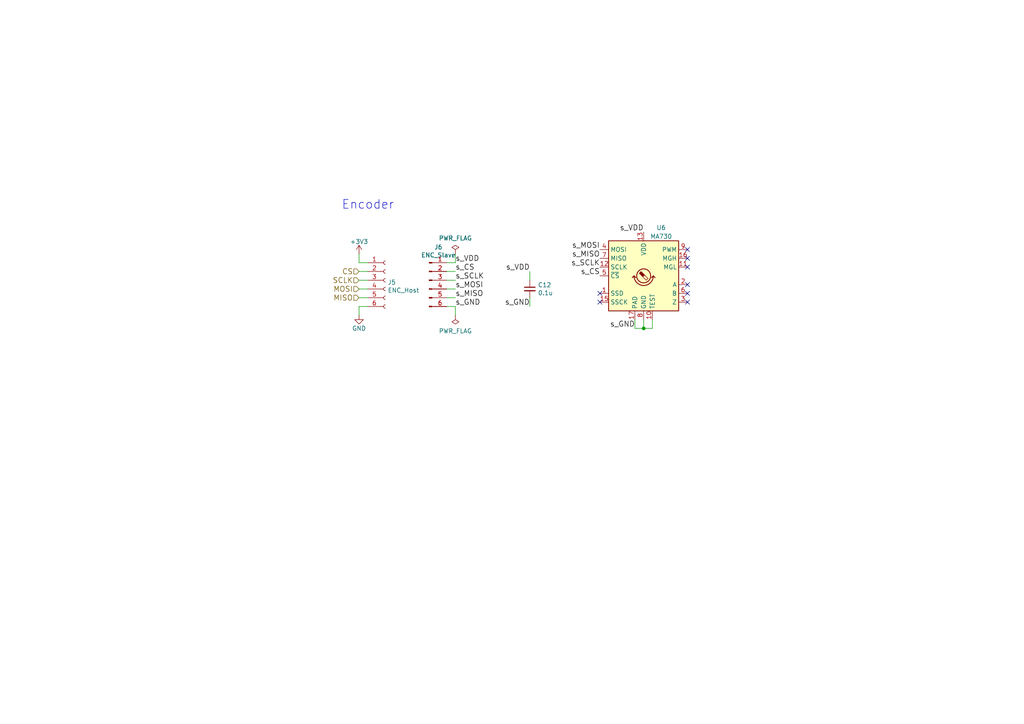
<source format=kicad_sch>
(kicad_sch (version 20230121) (generator eeschema)
  (paper "A4")
  (lib_symbols
    (symbol "KERISE-rescue:+3.3V-power-KERISE-rescue-KERISE-rescue" (power) (pin_names (offset 0))
      (property "Value" "+3.3V-power-KERISE-rescue-KERISE-rescue" (at 0 3.556 0))
      (symbol "+3.3V-power-KERISE-rescue-KERISE-rescue_0_1"
        (polyline (pts (xy -0.762 1.27) (xy 0 2.54)))
        (polyline (pts (xy 0 0) (xy 0 2.54)))
        (polyline (pts (xy 0 2.54) (xy 0.762 1.27)))
      )
      (symbol "+3.3V-power-KERISE-rescue-KERISE-rescue_1_1"
        (pin power_in line (at 0 0 90) (length 0) hide (name "+3V3") (number "1"))
      )
    )
    (symbol "KERISE-rescue:C_Small-Device-KERISE-rescue-KERISE-rescue" (pin_numbers hide) (pin_names (offset 0.254) hide)
      (property "Reference" "C" (at 0.254 1.778 0))
      (property "Value" "C_Small-Device-KERISE-rescue-KERISE-rescue" (at 0.254 -2.032 0))
      (symbol "C_Small-Device-KERISE-rescue-KERISE-rescue_0_1"
        (polyline (pts (xy -1.524 -0.508) (xy 1.524 -0.508)) (stroke (width 0.3302)))
        (polyline (pts (xy -1.524 0.508) (xy 1.524 0.508)) (stroke (width 0.3048)))
      )
      (symbol "C_Small-Device-KERISE-rescue-KERISE-rescue_1_1"
        (pin passive line (at 0 2.54 270) (length 2.032) (name "~") (number "1"))
        (pin passive line (at 0 -2.54 90) (length 2.032) (name "~") (number "2"))
      )
    )
    (symbol "KERISE-rescue:Conn_01x06_Female-Connector-KERISE-rescue-KERISE-rescue" (pin_names (offset 1.016) hide)
      (property "Reference" "J" (at 0 7.62 0))
      (property "Value" "Conn_01x06_Female-Connector-KERISE-rescue-KERISE-rescue" (at 0 -10.16 0))
      (symbol "Conn_01x06_Female-Connector-KERISE-rescue-KERISE-rescue_1_1"
        (arc (start 0 -7.112) (mid -0.5058 -7.62) (end 0 -8.128) (stroke (width 0.1524)))
        (arc (start 0 -4.572) (mid -0.5058 -5.08) (end 0 -5.588) (stroke (width 0.1524)))
        (arc (start 0 -2.032) (mid -0.5058 -2.54) (end 0 -3.048) (stroke (width 0.1524)))
        (polyline (pts (xy -1.27 -7.62) (xy -0.508 -7.62)) (stroke (width 0.1524)))
        (polyline (pts (xy -1.27 -5.08) (xy -0.508 -5.08)) (stroke (width 0.1524)))
        (polyline (pts (xy -1.27 -2.54) (xy -0.508 -2.54)) (stroke (width 0.1524)))
        (polyline (pts (xy -1.27 0) (xy -0.508 0)) (stroke (width 0.1524)))
        (polyline (pts (xy -1.27 2.54) (xy -0.508 2.54)) (stroke (width 0.1524)))
        (polyline (pts (xy -1.27 5.08) (xy -0.508 5.08)) (stroke (width 0.1524)))
        (arc (start 0 0.508) (mid -0.5058 0) (end 0 -0.508) (stroke (width 0.1524)))
        (arc (start 0 3.048) (mid -0.5058 2.54) (end 0 2.032) (stroke (width 0.1524)))
        (arc (start 0 5.588) (mid -0.5058 5.08) (end 0 4.572) (stroke (width 0.1524)))
        (pin passive line (at -5.08 5.08 0) (length 3.81) (name "Pin_1") (number "1"))
        (pin passive line (at -5.08 2.54 0) (length 3.81) (name "Pin_2") (number "2"))
        (pin passive line (at -5.08 0 0) (length 3.81) (name "Pin_3") (number "3"))
        (pin passive line (at -5.08 -2.54 0) (length 3.81) (name "Pin_4") (number "4"))
        (pin passive line (at -5.08 -5.08 0) (length 3.81) (name "Pin_5") (number "5"))
        (pin passive line (at -5.08 -7.62 0) (length 3.81) (name "Pin_6") (number "6"))
      )
    )
    (symbol "KERISE-rescue:Conn_01x06_Male-Connector-KERISE-rescue-KERISE-rescue" (pin_names (offset 1.016) hide)
      (property "Reference" "J" (at 0 7.62 0))
      (property "Value" "Conn_01x06_Male-Connector-KERISE-rescue-KERISE-rescue" (at 0 -10.16 0))
      (symbol "Conn_01x06_Male-Connector-KERISE-rescue-KERISE-rescue_1_1"
        (polyline (pts (xy 1.27 -7.62) (xy 0.8636 -7.62)) (stroke (width 0.1524)))
        (polyline (pts (xy 1.27 -5.08) (xy 0.8636 -5.08)) (stroke (width 0.1524)))
        (polyline (pts (xy 1.27 -2.54) (xy 0.8636 -2.54)) (stroke (width 0.1524)))
        (polyline (pts (xy 1.27 0) (xy 0.8636 0)) (stroke (width 0.1524)))
        (polyline (pts (xy 1.27 2.54) (xy 0.8636 2.54)) (stroke (width 0.1524)))
        (polyline (pts (xy 1.27 5.08) (xy 0.8636 5.08)) (stroke (width 0.1524)))
        (rectangle (start 0.8636 -7.493) (end 0 -7.747) (stroke (width 0.1524)) (fill (type outline)))
        (rectangle (start 0.8636 -4.953) (end 0 -5.207) (stroke (width 0.1524)) (fill (type outline)))
        (rectangle (start 0.8636 -2.413) (end 0 -2.667) (stroke (width 0.1524)) (fill (type outline)))
        (rectangle (start 0.8636 0.127) (end 0 -0.127) (stroke (width 0.1524)) (fill (type outline)))
        (rectangle (start 0.8636 2.667) (end 0 2.413) (stroke (width 0.1524)) (fill (type outline)))
        (rectangle (start 0.8636 5.207) (end 0 4.953) (stroke (width 0.1524)) (fill (type outline)))
        (pin passive line (at 5.08 5.08 180) (length 3.81) (name "Pin_1") (number "1"))
        (pin passive line (at 5.08 2.54 180) (length 3.81) (name "Pin_2") (number "2"))
        (pin passive line (at 5.08 0 180) (length 3.81) (name "Pin_3") (number "3"))
        (pin passive line (at 5.08 -2.54 180) (length 3.81) (name "Pin_4") (number "4"))
        (pin passive line (at 5.08 -5.08 180) (length 3.81) (name "Pin_5") (number "5"))
        (pin passive line (at 5.08 -7.62 180) (length 3.81) (name "Pin_6") (number "6"))
      )
    )
    (symbol "KERISE-rescue:GND-power-KERISE-rescue-KERISE-rescue" (power) (pin_names (offset 0))
      (property "Value" "GND-power-KERISE-rescue-KERISE-rescue" (at 0 -3.81 0))
      (symbol "GND-power-KERISE-rescue-KERISE-rescue_0_1"
        (polyline (pts (xy 0 0) (xy 0 -1.27) (xy 1.27 -1.27) (xy 0 -2.54) (xy -1.27 -1.27) (xy 0 -1.27)))
      )
      (symbol "GND-power-KERISE-rescue-KERISE-rescue_1_1"
        (pin power_in line (at 0 0 270) (length 0) hide (name "GND") (number "1"))
      )
    )
    (symbol "KERISE-rescue:MA730-Sensor_Magnetic-KERISE-rescue-KERISE-rescue"
      (property "Reference" "U" (at -10.16 11.43 0))
      (property "Value" "MA730-Sensor_Magnetic-KERISE-rescue-KERISE-rescue" (at 10.16 11.43 0))
      (symbol "MA730-Sensor_Magnetic-KERISE-rescue-KERISE-rescue_0_1"
        (rectangle (start -10.16 10.16) (end 10.16 -10.16) (stroke (width 0.254)) (fill (type background)))
        (arc (start -2.794 0) (mid 0 -2.7819) (end 2.794 0) (stroke (width 0.254)))
        (polyline (pts (xy -2.794 0) (xy -3.302 -0.508)) (stroke (width 0.254)))
        (polyline (pts (xy -2.794 0) (xy -2.286 -0.508)) (stroke (width 0.254)))
        (polyline (pts (xy 2.794 0) (xy 2.286 -0.508)) (stroke (width 0.254)))
        (polyline (pts (xy 2.794 0) (xy 3.302 -0.508)) (stroke (width 0.254)))
      )
      (symbol "MA730-Sensor_Magnetic-KERISE-rescue-KERISE-rescue_1_1"
        (polyline (pts (xy 0.254 0.254) (xy 1.27 -0.762) (xy 0.762 -1.27) (xy -0.254 -0.254)))
        (polyline (pts (xy -0.762 1.27) (xy 0.254 0.254) (xy -0.254 -0.254) (xy -1.27 0.762) (xy -1.016 1.016) (xy -0.762 1.27) (xy -0.635 1.143)) (fill (type outline)))
        (circle (center 0 0) (radius 2.032) (stroke (width 0.254)))
        (pin output line (at -12.7 -5.08 0) (length 2.54) (name "SSD") (number "1"))
        (pin passive line (at 2.54 -12.7 90) (length 2.54) (name "TEST") (number "10"))
        (pin output line (at 12.7 2.54 180) (length 2.54) (name "MGL") (number "11"))
        (pin input line (at -12.7 2.54 0) (length 2.54) (name "SCLK") (number "12"))
        (pin power_in line (at 0 12.7 270) (length 2.54) (name "VDD") (number "13"))
        (pin no_connect line (at 5.08 -10.16 90) (length 2.54) hide (name "NC") (number "14"))
        (pin input line (at -12.7 -7.62 0) (length 2.54) (name "SSCK") (number "15"))
        (pin output line (at 12.7 5.08 180) (length 2.54) (name "MGH") (number "16"))
        (pin input line (at -2.54 -12.7 90) (length 2.54) (name "PAD") (number "17"))
        (pin output line (at 12.7 -2.54 180) (length 2.54) (name "A") (number "2"))
        (pin output line (at 12.7 -7.62 180) (length 2.54) (name "Z") (number "3"))
        (pin input line (at -12.7 7.62 0) (length 2.54) (name "MOSI") (number "4"))
        (pin input line (at -12.7 0 0) (length 2.54) (name "~{CS}") (number "5"))
        (pin output line (at 12.7 -5.08 180) (length 2.54) (name "B") (number "6"))
        (pin output line (at -12.7 5.08 0) (length 2.54) (name "MISO") (number "7"))
        (pin power_in line (at 0 -12.7 90) (length 2.54) (name "GND") (number "8"))
        (pin output line (at 12.7 7.62 180) (length 2.54) (name "PWM") (number "9"))
      )
    )
    (symbol "KERISE-rescue:PWR_FLAG-power-KERISE-rescue-KERISE-rescue" (power) (pin_numbers hide) (pin_names (offset 0) hide)
      (property "Value" "PWR_FLAG-power-KERISE-rescue-KERISE-rescue" (at 0 3.81 0))
      (symbol "PWR_FLAG-power-KERISE-rescue-KERISE-rescue_0_0"
        (pin power_out line (at 0 0 90) (length 0) (name "pwr") (number "1"))
      )
      (symbol "PWR_FLAG-power-KERISE-rescue-KERISE-rescue_0_1"
        (polyline (pts (xy 0 0) (xy 0 1.27) (xy -1.016 1.905) (xy 0 2.54) (xy 1.016 1.905) (xy 0 1.27)))
      )
    )
  )
  (junction (at 186.69 95.25))
  (no_connect (at 199.39 87.63))
  (no_connect (at 199.39 72.39))
  (no_connect (at 199.39 77.47))
  (no_connect (at 199.39 82.55))
  (no_connect (at 199.39 74.93))
  (no_connect (at 173.99 85.09))
  (no_connect (at 173.99 87.63))
  (no_connect (at 199.39 85.09))
  (wire (pts (xy 132.08 86.36) (xy 129.54 86.36)))
  (wire (pts (xy 132.08 83.82) (xy 129.54 83.82)))
  (wire (pts (xy 106.68 83.82) (xy 104.14 83.82)))
  (wire (pts (xy 186.69 95.25) (xy 186.69 92.71)))
  (wire (pts (xy 104.14 88.9) (xy 106.68 88.9)))
  (wire (pts (xy 184.15 95.25) (xy 186.69 95.25)))
  (wire (pts (xy 184.15 95.25) (xy 184.15 92.71)))
  (wire (pts (xy 104.14 91.44) (xy 104.14 88.9)))
  (wire (pts (xy 132.08 76.2) (xy 129.54 76.2)))
  (wire (pts (xy 104.14 81.28) (xy 106.68 81.28)))
  (wire (pts (xy 132.08 91.44) (xy 132.08 88.9)))
  (wire (pts (xy 153.67 78.74) (xy 153.67 81.28)))
  (wire (pts (xy 104.14 86.36) (xy 106.68 86.36)))
  (wire (pts (xy 132.08 73.66) (xy 132.08 76.2)))
  (wire (pts (xy 189.23 95.25) (xy 186.69 95.25)))
  (wire (pts (xy 153.67 88.9) (xy 153.67 86.36)))
  (wire (pts (xy 189.23 92.71) (xy 189.23 95.25)))
  (wire (pts (xy 104.14 76.2) (xy 104.14 73.66)))
  (wire (pts (xy 106.68 78.74) (xy 104.14 78.74)))
  (wire (pts (xy 132.08 88.9) (xy 129.54 88.9)))
  (wire (pts (xy 132.08 81.28) (xy 129.54 81.28)))
  (wire (pts (xy 106.68 76.2) (xy 104.14 76.2)))
  (wire (pts (xy 129.54 78.74) (xy 132.08 78.74)))
  (text "Encoder" (at 99.06 60.96 0) (effects (font (size 2.54 2.54)) (justify left bottom)))
  (label "s_SCLK" (at 173.99 77.47 180) (effects (font (size 1.524 1.524))))
  (label "s_VDD" (at 186.69 67.31 180) (effects (font (size 1.524 1.524))))
  (label "s_MISO" (at 132.08 86.36 0) (effects (font (size 1.524 1.524))))
  (label "s_MOSI" (at 173.99 72.39 180) (effects (font (size 1.524 1.524))))
  (label "s_GND" (at 132.08 88.9 0) (effects (font (size 1.524 1.524))))
  (label "s_MOSI" (at 132.08 83.82 0) (effects (font (size 1.524 1.524))))
  (label "s_CS" (at 173.99 80.01 180) (effects (font (size 1.524 1.524))))
  (label "s_VDD" (at 153.67 78.74 180) (effects (font (size 1.524 1.524))))
  (label "s_CS" (at 132.08 78.74 0) (effects (font (size 1.524 1.524))))
  (label "s_GND" (at 153.67 88.9 180) (effects (font (size 1.524 1.524))))
  (label "s_VDD" (at 132.08 76.2 0) (effects (font (size 1.524 1.524))))
  (label "s_GND" (at 184.15 95.25 180) (effects (font (size 1.524 1.524))))
  (label "s_MISO" (at 173.99 74.93 180) (effects (font (size 1.524 1.524))))
  (label "s_SCLK" (at 132.08 81.28 0) (effects (font (size 1.524 1.524))))
  (hierarchical_label "SCLK" (shape input) (at 104.14 81.28 180) (effects (font (size 1.524 1.524))))
  (hierarchical_label "CS" (shape input) (at 104.14 78.74 180) (effects (font (size 1.524 1.524))))
  (hierarchical_label "MISO" (shape input) (at 104.14 86.36 180) (effects (font (size 1.524 1.524))))
  (hierarchical_label "MOSI" (shape input) (at 104.14 83.82 180) (effects (font (size 1.524 1.524))))
  (symbol (lib_id "KERISE-rescue:+3.3V-power-KERISE-rescue-KERISE-rescue") (at 104.14 73.66 0) (unit 1)
    (property "Reference" "#PWR028" (effects hide))
    (property "Value" "+3.3V" (at 104.14 70.104 0))
    (instances (project "KERISE" (path "" (reference "#PWR028") (unit 1)) (path "" (reference "#PWR030") (unit 1)) (path "" (reference "#PWR?") (unit 1))))
  )
  (symbol (lib_id "KERISE-rescue:GND-power-KERISE-rescue-KERISE-rescue") (at 104.14 91.44 0) (unit 1)
    (property "Reference" "#PWR029" (effects hide))
    (property "Value" "GND" (at 104.14 95.25 0))
    (instances (project "KERISE" (path "" (reference "#PWR029") (unit 1)) (path "" (reference "#PWR031") (unit 1)) (path "" (reference "#PWR?") (unit 1))))
  )
  (symbol (lib_id "KERISE-rescue:PWR_FLAG-power-KERISE-rescue-KERISE-rescue") (at 132.08 73.66 0) (unit 1)
    (property "Reference" "#FLG03" (effects hide))
    (property "Value" "PWR_FLAG" (at 132.08 69.088 0))
    (instances (project "KERISE" (path "" (reference "#FLG03") (unit 1)) (path "" (reference "#FLG05") (unit 1)) (path "" (reference "#FLG?") (unit 1))))
  )
  (symbol (lib_id "KERISE-rescue:PWR_FLAG-power-KERISE-rescue-KERISE-rescue") (at 132.08 91.44 180) (unit 1)
    (property "Reference" "#FLG04" (effects hide))
    (property "Value" "PWR_FLAG" (at 132.08 96.012 0))
    (instances (project "KERISE" (path "" (reference "#FLG04") (unit 1)) (path "" (reference "#FLG06") (unit 1)) (path "" (reference "#FLG?") (unit 1))))
  )
  (symbol (lib_id "KERISE-rescue:Conn_01x06_Female-Connector-KERISE-rescue-KERISE-rescue") (at 111.76 81.28 0) (unit 1)
    (property "Reference" "J5" (at 112.4458 81.8896 0) (effects (justify left)))
    (property "Value" "ENC_Host" (at 112.4458 84.201 0) (effects (justify left)))
    (property "Footprint" "mouse:STAND_HOST_06" (effects hide))
    (instances (project "KERISE" (path "" (reference "J5") (unit 1)) (path "" (reference "J7") (unit 1)) (path "" (reference "J?") (unit 1))))
  )
  (symbol (lib_id "KERISE-rescue:Conn_01x06_Male-Connector-KERISE-rescue-KERISE-rescue") (at 124.46 81.28 0) (unit 1)
    (property "Reference" "J6" (at 127.1524 71.6788 0))
    (property "Value" "ENC_Slave" (at 127.1524 73.9902 0))
    (property "Footprint" "mouse:STAND_SLAVE_06" (effects hide))
    (instances (project "KERISE" (path "" (reference "J6") (unit 1)) (path "" (reference "J8") (unit 1)) (path "" (reference "J?") (unit 1))))
  )
  (symbol (lib_id "KERISE-rescue:C_Small-Device-KERISE-rescue-KERISE-rescue") (at 153.67 83.82 0) (unit 1)
    (property "Reference" "C12" (at 156.0068 82.6516 0) (effects (justify left)))
    (property "Value" "0.1u" (at 156.0068 84.963 0) (effects (justify left)))
    (property "Footprint" "Capacitor_SMD:C_0201_0603Metric" (effects hide))
    (instances (project "KERISE" (path "" (reference "C12") (unit 1)) (path "" (reference "C13") (unit 1)) (path "" (reference "C?") (unit 1))))
  )
  (symbol (lib_id "KERISE-rescue:MA730-Sensor_Magnetic-KERISE-rescue-KERISE-rescue") (at 186.69 80.01 0) (unit 1)
    (property "Reference" "U6" (at 191.77 66.04 0))
    (property "Value" "MA730" (at 191.77 68.58 0))
    (property "Footprint" "mouse:MA730" (effects hide))
    (property "Datasheet" "https://www.monolithicpower.com/pub/media/document/m/a/ma730_r1.01.pdf" (effects hide))
    (instances (project "KERISE" (path "" (reference "U6") (unit 1)) (path "" (reference "U5") (unit 1)) (path "" (reference "U?") (unit 1))))
  )
)
</source>
